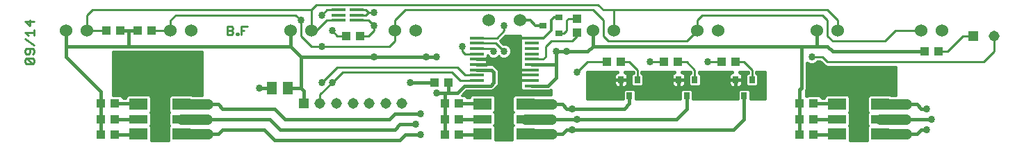
<source format=gtl>
G75*
G70*
%OFA0B0*%
%FSLAX24Y24*%
%IPPOS*%
%LPD*%
%AMOC8*
5,1,8,0,0,1.08239X$1,22.5*
%
%ADD10C,0.0600*%
%ADD11R,0.0709X0.0150*%
%ADD12R,0.0515X0.0515*%
%ADD13C,0.0515*%
%ADD14R,0.0866X0.0551*%
%ADD15R,0.0866X0.0394*%
%ADD16R,0.0433X0.0394*%
%ADD17R,0.0315X0.0354*%
%ADD18R,0.0354X0.0315*%
%ADD19R,0.0394X0.0433*%
%ADD20R,0.0669X0.0138*%
%ADD21C,0.0090*%
%ADD22R,0.0512X0.0591*%
%ADD23C,0.0160*%
%ADD24C,0.0340*%
%ADD25C,0.0120*%
%ADD26C,0.0100*%
%ADD27C,0.0500*%
D10*
X003160Y005660D03*
X004160Y005660D03*
X008160Y005660D03*
X009160Y005660D03*
X013910Y005660D03*
X014910Y005660D03*
X018910Y005660D03*
X019910Y005660D03*
X023410Y006160D03*
X024910Y006160D03*
X028410Y005660D03*
X029410Y005660D03*
X033410Y005660D03*
X034410Y005660D03*
X039160Y005660D03*
X040160Y005660D03*
X044160Y005660D03*
X045160Y005660D03*
D11*
X025479Y005312D03*
X025479Y005056D03*
X025479Y004800D03*
X025479Y004544D03*
X025479Y004288D03*
X025479Y004032D03*
X025479Y003776D03*
X025479Y003520D03*
X025479Y003264D03*
X025479Y003008D03*
X022841Y003008D03*
X022841Y003264D03*
X022841Y003520D03*
X022841Y003776D03*
X022841Y004032D03*
X022841Y004288D03*
X022841Y004544D03*
X022841Y004800D03*
X022841Y005056D03*
X022841Y005312D03*
D12*
X014548Y002160D03*
X046660Y005410D03*
D13*
X047660Y005410D03*
X019272Y002160D03*
X018485Y002160D03*
X017697Y002160D03*
X016910Y002160D03*
X016123Y002160D03*
X015335Y002160D03*
D14*
X008684Y002119D03*
X006636Y002119D03*
X006636Y000701D03*
X008684Y000701D03*
X023136Y000701D03*
X025184Y000701D03*
X025184Y002119D03*
X023136Y002119D03*
X040136Y002119D03*
X042184Y002119D03*
X042184Y000701D03*
X040136Y000701D03*
D15*
X040136Y001410D03*
X042184Y001410D03*
X025184Y001410D03*
X023136Y001410D03*
X008684Y001410D03*
X006636Y001410D03*
D16*
X004825Y000660D03*
X005495Y000660D03*
X005495Y001410D03*
X004825Y001410D03*
X004825Y002160D03*
X005495Y002160D03*
X020825Y003160D03*
X021495Y003160D03*
X021325Y002160D03*
X021995Y002160D03*
X021995Y001410D03*
X021325Y001410D03*
X021325Y000660D03*
X021995Y000660D03*
X038325Y000660D03*
X038995Y000660D03*
X038995Y001410D03*
X038325Y001410D03*
X038325Y002160D03*
X038995Y002160D03*
X035245Y004160D03*
X034575Y004160D03*
X032495Y004160D03*
X031825Y004160D03*
X029745Y004160D03*
X029075Y004160D03*
X017245Y005410D03*
X016575Y005410D03*
X007245Y005660D03*
X006575Y005660D03*
X005745Y005660D03*
X005075Y005660D03*
X044325Y004660D03*
X044995Y004660D03*
D17*
X036054Y003304D03*
X035266Y003304D03*
X033304Y003304D03*
X032516Y003304D03*
X030554Y003304D03*
X029766Y003304D03*
X030160Y002516D03*
X032910Y002516D03*
X035660Y002516D03*
D18*
X026804Y005516D03*
X026016Y005910D03*
X026804Y006304D03*
D19*
X027660Y006245D03*
X027660Y005575D03*
D20*
X017093Y006154D03*
X016227Y006154D03*
X016227Y006410D03*
X017093Y006410D03*
X017093Y006666D03*
X016227Y006666D03*
D21*
X011844Y005865D02*
X011570Y005865D01*
X011570Y005455D01*
X011408Y005455D02*
X011340Y005455D01*
X011340Y005523D01*
X011408Y005523D01*
X011408Y005455D01*
X011153Y005523D02*
X011085Y005455D01*
X010880Y005455D01*
X010880Y005865D01*
X011085Y005865D01*
X011153Y005797D01*
X011153Y005729D01*
X011085Y005660D01*
X010880Y005660D01*
X011085Y005660D02*
X011153Y005592D01*
X011153Y005523D01*
X011570Y005660D02*
X011707Y005660D01*
X001615Y005710D02*
X001615Y005436D01*
X001341Y005436D02*
X001205Y005573D01*
X001615Y005573D01*
X001410Y005897D02*
X001410Y006170D01*
X001615Y006102D02*
X001205Y006102D01*
X001410Y005897D01*
X001205Y005249D02*
X001615Y004976D01*
X001547Y004789D02*
X001273Y004789D01*
X001205Y004721D01*
X001205Y004584D01*
X001273Y004515D01*
X001341Y004515D01*
X001410Y004584D01*
X001410Y004789D01*
X001547Y004789D02*
X001615Y004721D01*
X001615Y004584D01*
X001547Y004515D01*
X001547Y004329D02*
X001273Y004329D01*
X001547Y004055D01*
X001615Y004123D01*
X001615Y004260D01*
X001547Y004329D01*
X001273Y004329D02*
X001205Y004260D01*
X001205Y004123D01*
X001273Y004055D01*
X001547Y004055D01*
D22*
X013036Y002910D03*
X013784Y002910D03*
D23*
X014410Y002910D01*
X014548Y002772D01*
X014548Y002160D01*
X013660Y001410D02*
X013160Y001910D01*
X010660Y001910D01*
X010451Y002119D01*
X009951Y002119D01*
X008051Y002062D02*
X007269Y002062D01*
X007269Y001904D02*
X008051Y001904D01*
X008051Y001760D02*
X008086Y001725D01*
X008051Y001690D01*
X008051Y001130D01*
X008086Y001095D01*
X008051Y001060D01*
X008051Y000410D01*
X007269Y000410D01*
X007269Y001060D01*
X007234Y001095D01*
X007269Y001130D01*
X007269Y001690D01*
X007234Y001725D01*
X007269Y001760D01*
X007269Y002477D01*
X007152Y002594D01*
X006120Y002594D01*
X006003Y002477D01*
X006003Y002440D01*
X005911Y002440D01*
X005794Y002557D01*
X005410Y002557D01*
X005410Y004630D01*
X009660Y004630D01*
X009660Y002569D01*
X009225Y002569D01*
X009200Y002594D01*
X008168Y002594D01*
X008051Y002477D01*
X008051Y001760D01*
X008066Y001745D02*
X007254Y001745D01*
X007269Y001587D02*
X008051Y001587D01*
X008051Y001428D02*
X007269Y001428D01*
X007269Y001270D02*
X008051Y001270D01*
X008070Y001111D02*
X007250Y001111D01*
X007269Y000953D02*
X008051Y000953D01*
X008051Y000794D02*
X007269Y000794D01*
X007269Y000636D02*
X008051Y000636D01*
X008051Y000477D02*
X007269Y000477D01*
X006636Y000701D02*
X006504Y000660D01*
X005495Y000660D01*
X004825Y000660D02*
X004825Y001410D01*
X004825Y002160D01*
X004825Y002745D01*
X003160Y004410D01*
X003160Y004910D01*
X006160Y004910D01*
X006160Y005660D01*
X006575Y005660D01*
X006160Y005660D02*
X005745Y005660D01*
X003160Y005660D02*
X003160Y004910D01*
X005410Y004598D02*
X009660Y004598D01*
X009660Y004440D02*
X005410Y004440D01*
X005410Y004281D02*
X009660Y004281D01*
X009660Y004123D02*
X005410Y004123D01*
X005410Y003964D02*
X009660Y003964D01*
X009660Y003806D02*
X005410Y003806D01*
X005410Y003647D02*
X009660Y003647D01*
X009660Y003489D02*
X005410Y003489D01*
X005410Y003330D02*
X009660Y003330D01*
X009660Y003172D02*
X005410Y003172D01*
X005410Y003013D02*
X009660Y003013D01*
X009660Y002855D02*
X005410Y002855D01*
X005410Y002696D02*
X009660Y002696D01*
X008111Y002538D02*
X007209Y002538D01*
X007269Y002379D02*
X008051Y002379D01*
X008051Y002221D02*
X007269Y002221D01*
X006636Y002119D02*
X006504Y002160D01*
X005495Y002160D01*
X005813Y002538D02*
X006064Y002538D01*
X012410Y002910D02*
X013036Y002910D01*
X014410Y002910D02*
X014410Y004410D01*
X017910Y004410D01*
X020910Y004410D01*
X022841Y004288D02*
X023282Y004288D01*
X023410Y004160D01*
X023282Y004032D01*
X022841Y004032D01*
X023532Y004288D02*
X023910Y003910D01*
X023910Y002910D01*
X023660Y003160D02*
X023508Y003008D01*
X022841Y003008D01*
X022258Y003008D01*
X021910Y002660D01*
X021495Y002660D01*
X021495Y003160D01*
X020825Y003160D02*
X019660Y003160D01*
X020910Y002660D02*
X021325Y002660D01*
X021495Y002660D01*
X021325Y002660D02*
X021325Y002160D01*
X021325Y001410D01*
X021325Y000660D01*
X021995Y000660D02*
X023254Y000660D01*
X023136Y000701D01*
X020160Y000660D02*
X019410Y000660D01*
X019160Y000410D01*
X013160Y000410D01*
X012660Y000910D01*
X010660Y000910D01*
X010451Y000701D01*
X009951Y000701D01*
X012910Y001410D02*
X013410Y000910D01*
X018910Y000910D01*
X019160Y001160D01*
X019910Y001160D01*
X018910Y001660D02*
X018660Y001410D01*
X013660Y001410D01*
X012910Y001410D02*
X009910Y001410D01*
X006636Y001410D02*
X005495Y001410D01*
X018910Y001660D02*
X020160Y001660D01*
X021995Y001410D02*
X023136Y001410D01*
X026410Y001410D02*
X027660Y001410D01*
X032410Y001410D01*
X032910Y001910D01*
X032910Y002516D01*
X033227Y002538D02*
X035343Y002538D01*
X035660Y002516D02*
X035660Y001410D01*
X035160Y000910D01*
X027410Y000910D01*
X027160Y000910D01*
X026951Y000701D01*
X026451Y000701D01*
X027160Y001910D02*
X026951Y002119D01*
X026451Y002119D01*
X027160Y001910D02*
X027410Y001910D01*
X029910Y001910D01*
X030160Y002160D01*
X030160Y002516D01*
X030477Y002538D02*
X032593Y002538D01*
X032593Y002410D02*
X030477Y002410D01*
X030477Y002760D01*
X030384Y002853D01*
X029936Y002853D01*
X029843Y002760D01*
X029843Y002410D01*
X028160Y002410D01*
X028160Y003660D01*
X029582Y003660D01*
X029539Y003649D01*
X029498Y003625D01*
X029465Y003591D01*
X029441Y003550D01*
X029429Y003505D01*
X029429Y003304D01*
X029766Y003304D01*
X029766Y003304D01*
X029429Y003304D01*
X029429Y003103D01*
X029441Y003057D01*
X029465Y003016D01*
X029498Y002982D01*
X029539Y002959D01*
X029585Y002947D01*
X029766Y002947D01*
X029766Y003304D01*
X029766Y003304D01*
X030104Y003304D01*
X030104Y003505D01*
X030092Y003550D01*
X030068Y003591D01*
X030034Y003625D01*
X029993Y003649D01*
X029951Y003660D01*
X030344Y003660D01*
X030344Y003641D01*
X030330Y003641D01*
X030236Y003547D01*
X030236Y003060D01*
X030330Y002967D01*
X030777Y002967D01*
X030871Y003060D01*
X030871Y003547D01*
X030777Y003641D01*
X030764Y003641D01*
X030764Y003660D01*
X032332Y003660D01*
X032289Y003649D01*
X032248Y003625D01*
X032215Y003591D01*
X032191Y003550D01*
X032179Y003505D01*
X032179Y003304D01*
X032516Y003304D01*
X032516Y003304D01*
X032179Y003304D01*
X032179Y003103D01*
X032191Y003057D01*
X032215Y003016D01*
X032248Y002982D01*
X032289Y002959D01*
X032335Y002947D01*
X032516Y002947D01*
X032516Y003304D01*
X032516Y003304D01*
X032854Y003304D01*
X032854Y003505D01*
X032842Y003550D01*
X032818Y003591D01*
X032784Y003625D01*
X032743Y003649D01*
X032701Y003660D01*
X033094Y003660D01*
X033094Y003641D01*
X033080Y003641D01*
X032986Y003547D01*
X032986Y003060D01*
X033080Y002967D01*
X033527Y002967D01*
X033621Y003060D01*
X033621Y003547D01*
X033527Y003641D01*
X033514Y003641D01*
X033514Y003660D01*
X035082Y003660D01*
X035039Y003649D01*
X034998Y003625D01*
X034965Y003591D01*
X034941Y003550D01*
X034929Y003505D01*
X034929Y003304D01*
X035266Y003304D01*
X035266Y003304D01*
X034929Y003304D01*
X034929Y003103D01*
X034941Y003057D01*
X034965Y003016D01*
X034998Y002982D01*
X035039Y002959D01*
X035085Y002947D01*
X035266Y002947D01*
X035266Y003304D01*
X035266Y003304D01*
X035604Y003304D01*
X035604Y003505D01*
X035592Y003550D01*
X035568Y003591D01*
X035534Y003625D01*
X035493Y003649D01*
X035451Y003660D01*
X035844Y003660D01*
X035844Y003641D01*
X035830Y003641D01*
X035736Y003547D01*
X035736Y003060D01*
X035830Y002967D01*
X036277Y002967D01*
X036371Y003060D01*
X036371Y003547D01*
X036277Y003641D01*
X036264Y003641D01*
X036264Y003660D01*
X036660Y003660D01*
X036660Y002410D01*
X035977Y002410D01*
X035977Y002760D01*
X035884Y002853D01*
X035436Y002853D01*
X035343Y002760D01*
X035343Y002410D01*
X033227Y002410D01*
X033227Y002760D01*
X033134Y002853D01*
X032686Y002853D01*
X032593Y002760D01*
X032593Y002410D01*
X032593Y002696D02*
X030477Y002696D01*
X029843Y002696D02*
X028160Y002696D01*
X028160Y002538D02*
X029843Y002538D01*
X028160Y002855D02*
X036660Y002855D01*
X036660Y003013D02*
X036324Y003013D01*
X035783Y003013D02*
X035565Y003013D01*
X035568Y003016D02*
X035592Y003057D01*
X035604Y003103D01*
X035604Y003304D01*
X035266Y003304D01*
X035266Y003304D01*
X035266Y002947D01*
X035447Y002947D01*
X035493Y002959D01*
X035534Y002982D01*
X035568Y003016D01*
X035266Y003013D02*
X035266Y003013D01*
X034968Y003013D02*
X033574Y003013D01*
X033033Y003013D02*
X032815Y003013D01*
X032818Y003016D02*
X032842Y003057D01*
X032854Y003103D01*
X032854Y003304D01*
X032516Y003304D01*
X032516Y003304D01*
X032516Y002947D01*
X032697Y002947D01*
X032743Y002959D01*
X032784Y002982D01*
X032818Y003016D01*
X032516Y003013D02*
X032516Y003013D01*
X032218Y003013D02*
X030824Y003013D01*
X030283Y003013D02*
X030065Y003013D01*
X030068Y003016D02*
X030092Y003057D01*
X030104Y003103D01*
X030104Y003304D01*
X029766Y003304D01*
X029766Y003304D01*
X029766Y002947D01*
X029947Y002947D01*
X029993Y002959D01*
X030034Y002982D01*
X030068Y003016D01*
X029766Y003013D02*
X029766Y003013D01*
X029468Y003013D02*
X028160Y003013D01*
X028160Y003172D02*
X029429Y003172D01*
X029766Y003172D02*
X029766Y003172D01*
X030104Y003172D02*
X030236Y003172D01*
X030871Y003172D02*
X032179Y003172D01*
X032516Y003172D02*
X032516Y003172D01*
X032854Y003172D02*
X032986Y003172D01*
X033621Y003172D02*
X034929Y003172D01*
X035266Y003172D02*
X035266Y003172D01*
X035604Y003172D02*
X035736Y003172D01*
X035736Y003330D02*
X035604Y003330D01*
X034929Y003330D02*
X033621Y003330D01*
X032986Y003330D02*
X032854Y003330D01*
X032179Y003330D02*
X030871Y003330D01*
X030236Y003330D02*
X030104Y003330D01*
X030104Y003489D02*
X030236Y003489D01*
X030871Y003489D02*
X032179Y003489D01*
X032854Y003489D02*
X032986Y003489D01*
X033621Y003489D02*
X034929Y003489D01*
X035604Y003489D02*
X035736Y003489D01*
X035844Y003647D02*
X035496Y003647D01*
X035037Y003647D02*
X033514Y003647D01*
X033094Y003647D02*
X032746Y003647D01*
X032287Y003647D02*
X030764Y003647D01*
X030344Y003647D02*
X029996Y003647D01*
X029537Y003647D02*
X028160Y003647D01*
X028160Y003489D02*
X029429Y003489D01*
X029429Y003330D02*
X028160Y003330D01*
X026660Y003410D02*
X026660Y004032D01*
X026660Y004660D01*
X028160Y004660D01*
X028410Y004910D01*
X028410Y005660D01*
X028410Y004910D02*
X038410Y004910D01*
X038410Y002910D01*
X038325Y002825D01*
X038325Y002160D01*
X038325Y001410D01*
X038325Y000660D01*
X038995Y000660D02*
X040004Y000660D01*
X040136Y000701D01*
X040769Y000636D02*
X041551Y000636D01*
X041551Y000794D02*
X040769Y000794D01*
X040769Y000953D02*
X041551Y000953D01*
X041551Y001060D02*
X041551Y000410D01*
X040769Y000410D01*
X040769Y001060D01*
X040734Y001095D01*
X040769Y001130D01*
X040769Y001690D01*
X040734Y001725D01*
X040769Y001760D01*
X040769Y002477D01*
X040652Y002594D01*
X039620Y002594D01*
X039503Y002477D01*
X039503Y002440D01*
X039411Y002440D01*
X039294Y002557D01*
X038695Y002557D01*
X038660Y002522D01*
X038660Y002782D01*
X038690Y002854D01*
X038690Y004107D01*
X038700Y004096D01*
X038836Y004040D01*
X038984Y004040D01*
X039120Y004096D01*
X039183Y004160D01*
X039306Y004160D01*
X039518Y003948D01*
X039610Y003910D01*
X042910Y003910D01*
X042910Y002569D01*
X042725Y002569D01*
X042700Y002594D01*
X041668Y002594D01*
X041551Y002477D01*
X041551Y001760D01*
X041586Y001725D01*
X041551Y001690D01*
X041551Y001130D01*
X041586Y001095D01*
X041551Y001060D01*
X041570Y001111D02*
X040750Y001111D01*
X040769Y001270D02*
X041551Y001270D01*
X041551Y001428D02*
X040769Y001428D01*
X040136Y001410D02*
X038995Y001410D01*
X040769Y001587D02*
X041551Y001587D01*
X041566Y001745D02*
X040754Y001745D01*
X040769Y001904D02*
X041551Y001904D01*
X041551Y002062D02*
X040769Y002062D01*
X040136Y002119D02*
X040004Y002160D01*
X038995Y002160D01*
X040769Y002221D02*
X041551Y002221D01*
X041551Y002379D02*
X040769Y002379D01*
X040709Y002538D02*
X041611Y002538D01*
X042910Y002696D02*
X038660Y002696D01*
X038660Y002538D02*
X038676Y002538D01*
X039313Y002538D02*
X039564Y002538D01*
X038690Y002855D02*
X042910Y002855D01*
X042910Y003013D02*
X038690Y003013D01*
X038690Y003172D02*
X042910Y003172D01*
X042910Y003330D02*
X038690Y003330D01*
X038690Y003489D02*
X042910Y003489D01*
X042910Y003647D02*
X038690Y003647D01*
X038690Y003806D02*
X042910Y003806D01*
X039502Y003964D02*
X038690Y003964D01*
X039146Y004123D02*
X039344Y004123D01*
X039910Y004660D02*
X044325Y004660D01*
X039910Y004660D02*
X039660Y004910D01*
X039160Y004910D01*
X039160Y005660D01*
X039160Y004910D02*
X038410Y004910D01*
X036660Y003647D02*
X036264Y003647D01*
X036371Y003489D02*
X036660Y003489D01*
X036660Y003330D02*
X036371Y003330D01*
X036371Y003172D02*
X036660Y003172D01*
X036660Y002696D02*
X035977Y002696D01*
X035343Y002696D02*
X033227Y002696D01*
X035977Y002538D02*
X036660Y002538D01*
X043451Y002119D02*
X043951Y002119D01*
X044160Y001910D01*
X044410Y001910D01*
X044660Y001410D02*
X043410Y001410D01*
X043951Y000701D02*
X044160Y000910D01*
X044410Y000910D01*
X043951Y000701D02*
X043451Y000701D01*
X041551Y000477D02*
X040769Y000477D01*
X026660Y003410D02*
X026258Y003008D01*
X025479Y003008D01*
X023660Y003160D02*
X023660Y003660D01*
X023544Y003776D01*
X022841Y003776D01*
X025479Y004032D02*
X026660Y004032D01*
X023532Y004288D02*
X022841Y004288D01*
X014410Y004410D02*
X013910Y004910D01*
X013910Y005660D01*
X013910Y004910D02*
X006160Y004910D01*
X021995Y002160D02*
X023254Y002160D01*
X023136Y002119D01*
D24*
X024160Y001910D03*
X027410Y001910D03*
X027660Y001410D03*
X027410Y000910D03*
X020160Y000660D03*
X019910Y001160D03*
X020160Y001660D03*
X020910Y002660D03*
X019660Y003160D03*
X015910Y003160D03*
X015410Y003160D03*
X012410Y002910D03*
X009410Y002910D03*
X008660Y002910D03*
X007910Y002910D03*
X007160Y002910D03*
X006410Y002910D03*
X005660Y002910D03*
X007660Y001910D03*
X017910Y004410D03*
X020410Y004410D03*
X020910Y004410D03*
X023660Y004660D03*
X024160Y004660D03*
X022160Y004910D03*
X026660Y004660D03*
X027160Y004660D03*
X031160Y004160D03*
X033910Y004160D03*
X033910Y003410D03*
X034660Y003410D03*
X031910Y003410D03*
X031160Y003410D03*
X029160Y003410D03*
X028410Y003410D03*
X027660Y003660D03*
X024660Y003660D03*
X024160Y003660D03*
X024160Y003160D03*
X024660Y003160D03*
X024160Y002660D03*
X028410Y002660D03*
X029160Y002660D03*
X031160Y002660D03*
X031910Y002660D03*
X033910Y002660D03*
X034660Y002660D03*
X038910Y002910D03*
X039660Y002910D03*
X040410Y002910D03*
X041160Y002910D03*
X041910Y002910D03*
X042660Y002910D03*
X040910Y001910D03*
X044410Y001910D03*
X044660Y001410D03*
X044410Y000910D03*
X038910Y004410D03*
X024160Y005910D03*
X017910Y005910D03*
X015910Y005660D03*
X014410Y006160D03*
X015410Y006410D03*
X017910Y006535D03*
X015410Y004910D03*
D25*
X022910Y004288D02*
X023355Y004288D01*
X023355Y004374D01*
X023375Y004394D01*
X023375Y004450D01*
X023462Y004363D01*
X023590Y004310D01*
X023730Y004310D01*
X023858Y004363D01*
X023910Y004415D01*
X023962Y004363D01*
X024090Y004310D01*
X024230Y004310D01*
X024358Y004363D01*
X024457Y004462D01*
X024510Y004590D01*
X024510Y004730D01*
X024457Y004858D01*
X024358Y004957D01*
X024230Y005010D01*
X024135Y005010D01*
X023994Y005151D01*
X023985Y005160D01*
X024235Y005410D01*
X024965Y005410D01*
X024965Y005407D01*
X024965Y005312D01*
X025410Y005312D01*
X025410Y005312D01*
X024965Y005312D01*
X024965Y005225D01*
X024945Y005205D01*
X024945Y003883D01*
X024965Y003863D01*
X024965Y003776D01*
X024965Y003680D01*
X024973Y003648D01*
X024965Y003616D01*
X024965Y003520D01*
X024965Y003424D01*
X024973Y003392D01*
X024965Y003360D01*
X024965Y003264D01*
X024965Y003178D01*
X024945Y003158D01*
X024945Y002859D01*
X025050Y002754D01*
X025415Y002754D01*
X025427Y002748D01*
X026310Y002748D01*
X026406Y002788D01*
X026410Y002792D01*
X026410Y002549D01*
X025717Y002549D01*
X025691Y002574D01*
X024676Y002574D01*
X024571Y002469D01*
X024571Y001769D01*
X024614Y001725D01*
X024571Y001681D01*
X024571Y001139D01*
X024614Y001095D01*
X024571Y001051D01*
X024571Y000410D01*
X023749Y000410D01*
X023749Y001051D01*
X023706Y001095D01*
X023749Y001139D01*
X023749Y001681D01*
X023706Y001725D01*
X023749Y001769D01*
X023749Y002469D01*
X023644Y002574D01*
X022629Y002574D01*
X022523Y002469D01*
X022523Y002420D01*
X022391Y002420D01*
X022391Y002431D01*
X022286Y002537D01*
X022160Y002537D01*
X022160Y002542D01*
X022366Y002748D01*
X023560Y002748D01*
X023656Y002788D01*
X023880Y003013D01*
X023920Y003108D01*
X023920Y003712D01*
X023880Y003807D01*
X023807Y003880D01*
X023691Y003997D01*
X023596Y004036D01*
X023355Y004036D01*
X023355Y004128D01*
X023347Y004160D01*
X023355Y004192D01*
X023355Y004288D01*
X022910Y004288D01*
X022910Y004288D01*
X023355Y004308D02*
X024945Y004308D01*
X024945Y004189D02*
X023355Y004189D01*
X023355Y004071D02*
X024945Y004071D01*
X024945Y003952D02*
X023736Y003952D01*
X023854Y003834D02*
X024965Y003834D01*
X024965Y003776D02*
X025410Y003776D01*
X024965Y003776D01*
X024965Y003715D02*
X023919Y003715D01*
X023920Y003597D02*
X024965Y003597D01*
X024965Y003520D02*
X025410Y003520D01*
X024965Y003520D01*
X024965Y003478D02*
X023920Y003478D01*
X023920Y003360D02*
X024965Y003360D01*
X024965Y003264D02*
X025410Y003264D01*
X024965Y003264D01*
X024965Y003241D02*
X023920Y003241D01*
X023920Y003123D02*
X024945Y003123D01*
X024945Y003004D02*
X023872Y003004D01*
X023753Y002886D02*
X024945Y002886D01*
X025037Y002767D02*
X023605Y002767D01*
X022266Y002649D02*
X026410Y002649D01*
X026410Y002767D02*
X026355Y002767D01*
X024632Y002530D02*
X023688Y002530D01*
X023749Y002412D02*
X024571Y002412D01*
X024571Y002293D02*
X023749Y002293D01*
X023749Y002175D02*
X024571Y002175D01*
X024571Y002056D02*
X023749Y002056D01*
X023749Y001938D02*
X024571Y001938D01*
X024571Y001819D02*
X023749Y001819D01*
X023730Y001701D02*
X024590Y001701D01*
X024571Y001582D02*
X023749Y001582D01*
X023749Y001464D02*
X024571Y001464D01*
X024571Y001345D02*
X023749Y001345D01*
X023749Y001227D02*
X024571Y001227D01*
X024601Y001108D02*
X023719Y001108D01*
X023749Y000990D02*
X024571Y000990D01*
X024571Y000871D02*
X023749Y000871D01*
X023749Y000753D02*
X024571Y000753D01*
X024571Y000634D02*
X023749Y000634D01*
X023749Y000516D02*
X024571Y000516D01*
X022585Y002530D02*
X022293Y002530D01*
X025410Y003264D02*
X025410Y003264D01*
X025410Y003520D02*
X025410Y003520D01*
X025410Y003776D02*
X025410Y003776D01*
X024945Y004426D02*
X024421Y004426D01*
X024491Y004545D02*
X024945Y004545D01*
X024945Y004663D02*
X024510Y004663D01*
X024489Y004782D02*
X024945Y004782D01*
X024945Y004900D02*
X024415Y004900D01*
X024127Y005019D02*
X024945Y005019D01*
X024945Y005137D02*
X024008Y005137D01*
X024081Y005256D02*
X024965Y005256D01*
X025479Y005312D02*
X026062Y005312D01*
X026410Y005660D01*
X026410Y006160D01*
X026554Y006304D01*
X026804Y006304D01*
X025660Y005910D02*
X025410Y006160D01*
X024910Y006160D01*
X025660Y005910D02*
X026016Y005910D01*
X024965Y005374D02*
X024199Y005374D01*
X023399Y004426D02*
X023375Y004426D01*
D26*
X022841Y004544D02*
X022276Y004544D01*
X022160Y004660D01*
X022160Y004910D01*
X022841Y004800D02*
X023520Y004800D01*
X023660Y004660D01*
X023764Y005056D02*
X024160Y004660D01*
X026038Y004288D02*
X026160Y004410D01*
X026160Y004910D01*
X026410Y005160D01*
X027410Y005160D01*
X027660Y005410D01*
X027660Y005575D01*
X027160Y005660D02*
X027160Y006160D01*
X027245Y006245D01*
X027660Y006245D01*
X028410Y006660D02*
X028910Y006160D01*
X028910Y005410D01*
X029160Y005160D01*
X032910Y005160D01*
X033410Y005660D01*
X033410Y006160D01*
X033660Y006410D01*
X039410Y006410D01*
X039660Y006160D01*
X039660Y005410D01*
X039910Y005160D01*
X042410Y005160D01*
X042910Y005660D01*
X044160Y005660D01*
X045410Y004660D02*
X046160Y005410D01*
X046660Y005410D01*
X047660Y005410D02*
X047660Y004660D01*
X047160Y004160D01*
X039660Y004160D01*
X039410Y004410D01*
X038910Y004410D01*
X036054Y003766D02*
X035660Y004160D01*
X035245Y004160D01*
X034575Y004160D02*
X033910Y004160D01*
X033304Y003766D02*
X032910Y004160D01*
X032495Y004160D01*
X031825Y004160D02*
X031160Y004160D01*
X030554Y003766D02*
X030160Y004160D01*
X029745Y004160D01*
X029075Y004160D02*
X028160Y004160D01*
X027660Y003660D01*
X030554Y003766D02*
X030554Y003304D01*
X033304Y003304D02*
X033304Y003766D01*
X036054Y003766D02*
X036054Y003304D01*
X044995Y004660D02*
X045410Y004660D01*
X040160Y005660D02*
X040160Y006160D01*
X039660Y006660D01*
X029410Y006660D01*
X028910Y006660D01*
X028660Y006910D01*
X015160Y006910D01*
X014910Y006660D01*
X014910Y005660D01*
X015160Y005660D01*
X015654Y006154D01*
X016227Y006154D01*
X017093Y006154D02*
X017666Y006154D01*
X017910Y005910D01*
X017910Y005660D01*
X017660Y005410D01*
X017245Y005410D01*
X016575Y005410D02*
X016160Y005410D01*
X015910Y005660D01*
X014910Y004910D02*
X014410Y005410D01*
X014410Y006160D01*
X014160Y006410D01*
X008410Y006410D01*
X008160Y006160D01*
X008160Y005660D01*
X007245Y005660D01*
X005075Y005660D02*
X004160Y005660D01*
X004160Y006410D01*
X004410Y006660D01*
X014910Y006660D01*
X015410Y006410D02*
X015666Y006666D01*
X016227Y006666D01*
X017093Y006666D02*
X017099Y006660D01*
X017535Y006660D01*
X017660Y006535D01*
X017535Y006410D01*
X017093Y006410D01*
X017660Y006535D02*
X017910Y006535D01*
X018910Y006160D02*
X019410Y006660D01*
X028410Y006660D01*
X029410Y006660D02*
X029410Y005660D01*
X027160Y005660D02*
X027016Y005516D01*
X026804Y005516D01*
X024160Y005660D02*
X024160Y005910D01*
X024160Y005660D02*
X023812Y005312D01*
X022841Y005312D01*
X022841Y005056D02*
X023764Y005056D01*
X018910Y005160D02*
X018660Y004910D01*
X015410Y004910D01*
X014910Y004910D01*
X018910Y005160D02*
X018910Y005660D01*
X018910Y006160D01*
X025479Y004288D02*
X026038Y004288D01*
X022300Y003520D02*
X021910Y003910D01*
X016160Y003910D01*
X015410Y003160D01*
X015910Y003160D02*
X015335Y002585D01*
X015335Y002160D01*
X015910Y003160D02*
X016410Y003660D01*
X021660Y003660D01*
X022056Y003264D01*
X022841Y003264D01*
X022841Y003520D02*
X022300Y003520D01*
D27*
X025184Y002119D02*
X026451Y002119D01*
X026410Y001410D02*
X025184Y001410D01*
X025184Y000701D02*
X026451Y000701D01*
X042184Y000701D02*
X043451Y000701D01*
X043410Y001410D02*
X042184Y001410D01*
X042184Y002119D02*
X043451Y002119D01*
X009951Y002119D02*
X008684Y002119D01*
X008684Y001410D02*
X009910Y001410D01*
X009951Y000701D02*
X008684Y000701D01*
M02*

</source>
